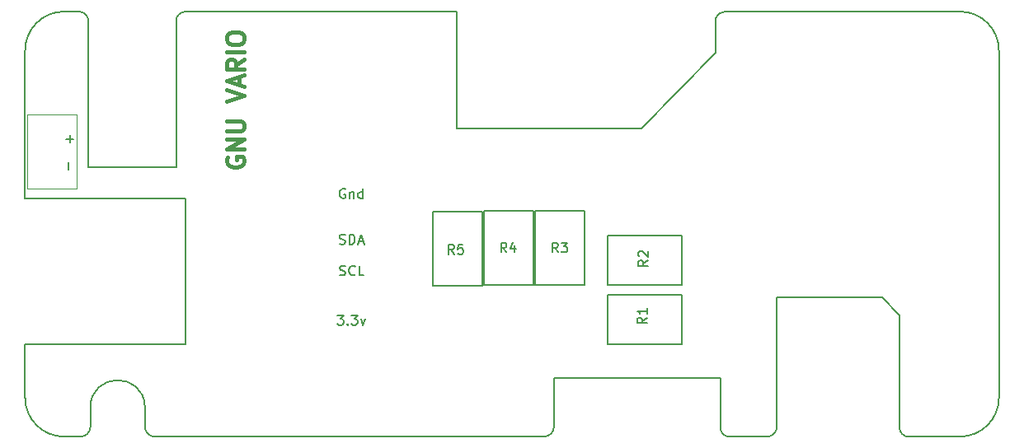
<source format=gto>
%TF.GenerationSoftware,KiCad,Pcbnew,(5.0.0)*%
%TF.CreationDate,2019-07-04T13:56:56+02:00*%
%TF.ProjectId,Gnu vario V1.10,476E7520766172696F2056312E31302E,V 1.4*%
%TF.SameCoordinates,Original*%
%TF.FileFunction,Legend,Top*%
%TF.FilePolarity,Positive*%
%FSLAX46Y46*%
G04 Gerber Fmt 4.6, Leading zero omitted, Abs format (unit mm)*
G04 Created by KiCad (PCBNEW (5.0.0)) date 07/04/19 13:56:56*
%MOMM*%
%LPD*%
G01*
G04 APERTURE LIST*
%ADD10C,0.150000*%
%ADD11C,0.450000*%
%ADD12C,0.100000*%
G04 APERTURE END LIST*
D10*
X162700000Y-95300000D02*
X173500000Y-95300000D01*
X162700000Y-108600000D02*
G75*
G02X161700000Y-109600000I-1000000J0D01*
G01*
X176200000Y-109600000D02*
G75*
G02X175300000Y-108700000I0J900000D01*
G01*
X175300000Y-97100000D02*
X175300000Y-108700000D01*
X173500000Y-95300000D02*
X175300000Y-97100000D01*
X162700000Y-95300000D02*
X162700000Y-108600000D01*
X157800000Y-109600000D02*
G75*
G02X156900000Y-108700000I0J900000D01*
G01*
X85500000Y-69900000D02*
X85500000Y-85100000D01*
X102000000Y-100100000D02*
X85500000Y-100100000D01*
X102000000Y-85100000D02*
X102000000Y-100100000D01*
X101000000Y-85100000D02*
X102000000Y-85100000D01*
X101000000Y-85100000D02*
X85500000Y-85100000D01*
X148800000Y-77900000D02*
X156400000Y-70100000D01*
X129800000Y-77900000D02*
X148800000Y-77900000D01*
X129800000Y-65900000D02*
X129800000Y-77900000D01*
X157800000Y-109600000D02*
X161700000Y-109600000D01*
X175700000Y-65900000D02*
X162400000Y-65900000D01*
X162400000Y-65900000D02*
X157400000Y-65900000D01*
X156402857Y-66600886D02*
G75*
G02X157400000Y-65900000I952331J-295115D01*
G01*
X156400000Y-66600000D02*
X156400000Y-70100000D01*
X98800000Y-109600000D02*
G75*
G02X97800000Y-108600000I0J1000000D01*
G01*
X92198215Y-108600000D02*
G75*
G02X91198215Y-109600000I-1000000J0D01*
G01*
X92198215Y-106600000D02*
G75*
G02X97800000Y-106500000I2801785J0D01*
G01*
X97800000Y-108600000D02*
X97800000Y-106500000D01*
X92200000Y-108600000D02*
X92198215Y-106600000D01*
X139800000Y-108600000D02*
G75*
G02X138800000Y-109600000I-1000000J0D01*
G01*
X101000000Y-66900000D02*
G75*
G02X102000000Y-65900000I1000000J0D01*
G01*
X91000000Y-65900000D02*
G75*
G02X92000000Y-66900000I0J-1000000D01*
G01*
X85500000Y-69900000D02*
G75*
G02X89500000Y-65900000I4000000J0D01*
G01*
X89500000Y-109600000D02*
G75*
G02X85500000Y-105600000I0J4000000D01*
G01*
X185500000Y-105600000D02*
G75*
G02X181500000Y-109600000I-4000000J0D01*
G01*
X181500000Y-65900000D02*
G75*
G02X185500000Y-69900000I0J-4000000D01*
G01*
X156900000Y-103600000D02*
X139800000Y-103600000D01*
X139800000Y-103600000D02*
X139800000Y-108600000D01*
X156900000Y-108700000D02*
X156900000Y-103600000D01*
X138800000Y-109600000D02*
X98800000Y-109600000D01*
X181500000Y-109600000D02*
X176200000Y-109600000D01*
X185500000Y-69900000D02*
X185500000Y-105600000D01*
X175700000Y-65900000D02*
X181500000Y-65900000D01*
X102000000Y-65900000D02*
X129800000Y-65900000D01*
X101000000Y-81900000D02*
X101000000Y-66900000D01*
X92000000Y-81900000D02*
X101000000Y-81900000D01*
X92000000Y-66900000D02*
X92000000Y-81900000D01*
X89500000Y-65900000D02*
X91000000Y-65900000D01*
X85500000Y-105600000D02*
X85500000Y-100100000D01*
X91200000Y-109600000D02*
X89500000Y-109600000D01*
D11*
X106300000Y-80904285D02*
X106214285Y-81075714D01*
X106214285Y-81332857D01*
X106300000Y-81590000D01*
X106471428Y-81761428D01*
X106642857Y-81847142D01*
X106985714Y-81932857D01*
X107242857Y-81932857D01*
X107585714Y-81847142D01*
X107757142Y-81761428D01*
X107928571Y-81590000D01*
X108014285Y-81332857D01*
X108014285Y-81161428D01*
X107928571Y-80904285D01*
X107842857Y-80818571D01*
X107242857Y-80818571D01*
X107242857Y-81161428D01*
X108014285Y-80047142D02*
X106214285Y-80047142D01*
X108014285Y-79018571D01*
X106214285Y-79018571D01*
X106214285Y-78161428D02*
X107671428Y-78161428D01*
X107842857Y-78075714D01*
X107928571Y-77990000D01*
X108014285Y-77818571D01*
X108014285Y-77475714D01*
X107928571Y-77304285D01*
X107842857Y-77218571D01*
X107671428Y-77132857D01*
X106214285Y-77132857D01*
X106214285Y-75161428D02*
X108014285Y-74561428D01*
X106214285Y-73961428D01*
X107500000Y-73447142D02*
X107500000Y-72590000D01*
X108014285Y-73618571D02*
X106214285Y-73018571D01*
X108014285Y-72418571D01*
X108014285Y-70790000D02*
X107157142Y-71390000D01*
X108014285Y-71818571D02*
X106214285Y-71818571D01*
X106214285Y-71132857D01*
X106300000Y-70961428D01*
X106385714Y-70875714D01*
X106557142Y-70790000D01*
X106814285Y-70790000D01*
X106985714Y-70875714D01*
X107071428Y-70961428D01*
X107157142Y-71132857D01*
X107157142Y-71818571D01*
X108014285Y-70018571D02*
X106214285Y-70018571D01*
X106214285Y-68818571D02*
X106214285Y-68475714D01*
X106300000Y-68304285D01*
X106471428Y-68132857D01*
X106814285Y-68047142D01*
X107414285Y-68047142D01*
X107757142Y-68132857D01*
X107928571Y-68304285D01*
X108014285Y-68475714D01*
X108014285Y-68818571D01*
X107928571Y-68990000D01*
X107757142Y-69161428D01*
X107414285Y-69247142D01*
X106814285Y-69247142D01*
X106471428Y-69161428D01*
X106300000Y-68990000D01*
X106214285Y-68818571D01*
D12*
X90800000Y-84120000D02*
X90800000Y-76500000D01*
X85720000Y-84120000D02*
X90800000Y-84120000D01*
X85720000Y-76500000D02*
X85720000Y-84120000D01*
X90800000Y-76500000D02*
X85720000Y-76500000D01*
D10*
X145330000Y-95030000D02*
X152950000Y-95030000D01*
X145330000Y-100110000D02*
X145330000Y-95030000D01*
X152950000Y-100110000D02*
X145330000Y-100110000D01*
X152950000Y-95030000D02*
X152950000Y-100110000D01*
X145330000Y-88970000D02*
X152950000Y-88970000D01*
X145330000Y-94050000D02*
X145330000Y-88970000D01*
X152950000Y-94050000D02*
X145330000Y-94050000D01*
X152950000Y-88970000D02*
X152950000Y-94050000D01*
X142930000Y-86420000D02*
X142930000Y-94040000D01*
X137850000Y-86420000D02*
X142930000Y-86420000D01*
X137850000Y-94040000D02*
X137850000Y-86420000D01*
X142930000Y-94040000D02*
X137850000Y-94040000D01*
X137670000Y-86420000D02*
X137670000Y-94040000D01*
X132590000Y-86420000D02*
X137670000Y-86420000D01*
X132590000Y-94040000D02*
X132590000Y-86420000D01*
X137670000Y-94040000D02*
X132590000Y-94040000D01*
X132430000Y-86450000D02*
X132430000Y-94070000D01*
X127350000Y-86450000D02*
X132430000Y-86450000D01*
X127350000Y-94070000D02*
X127350000Y-86450000D01*
X132430000Y-94070000D02*
X127350000Y-94070000D01*
X89981428Y-82130952D02*
X89981428Y-81369047D01*
X90081428Y-79380952D02*
X90081428Y-78619047D01*
X90462380Y-79000000D02*
X89700476Y-79000000D01*
X149352380Y-97366666D02*
X148876190Y-97700000D01*
X149352380Y-97938095D02*
X148352380Y-97938095D01*
X148352380Y-97557142D01*
X148400000Y-97461904D01*
X148447619Y-97414285D01*
X148542857Y-97366666D01*
X148685714Y-97366666D01*
X148780952Y-97414285D01*
X148828571Y-97461904D01*
X148876190Y-97557142D01*
X148876190Y-97938095D01*
X149352380Y-96414285D02*
X149352380Y-96985714D01*
X149352380Y-96700000D02*
X148352380Y-96700000D01*
X148495238Y-96795238D01*
X148590476Y-96890476D01*
X148638095Y-96985714D01*
X149452380Y-91466666D02*
X148976190Y-91800000D01*
X149452380Y-92038095D02*
X148452380Y-92038095D01*
X148452380Y-91657142D01*
X148500000Y-91561904D01*
X148547619Y-91514285D01*
X148642857Y-91466666D01*
X148785714Y-91466666D01*
X148880952Y-91514285D01*
X148928571Y-91561904D01*
X148976190Y-91657142D01*
X148976190Y-92038095D01*
X148547619Y-91085714D02*
X148500000Y-91038095D01*
X148452380Y-90942857D01*
X148452380Y-90704761D01*
X148500000Y-90609523D01*
X148547619Y-90561904D01*
X148642857Y-90514285D01*
X148738095Y-90514285D01*
X148880952Y-90561904D01*
X149452380Y-91133333D01*
X149452380Y-90514285D01*
X140233333Y-90652380D02*
X139900000Y-90176190D01*
X139661904Y-90652380D02*
X139661904Y-89652380D01*
X140042857Y-89652380D01*
X140138095Y-89700000D01*
X140185714Y-89747619D01*
X140233333Y-89842857D01*
X140233333Y-89985714D01*
X140185714Y-90080952D01*
X140138095Y-90128571D01*
X140042857Y-90176190D01*
X139661904Y-90176190D01*
X140566666Y-89652380D02*
X141185714Y-89652380D01*
X140852380Y-90033333D01*
X140995238Y-90033333D01*
X141090476Y-90080952D01*
X141138095Y-90128571D01*
X141185714Y-90223809D01*
X141185714Y-90461904D01*
X141138095Y-90557142D01*
X141090476Y-90604761D01*
X140995238Y-90652380D01*
X140709523Y-90652380D01*
X140614285Y-90604761D01*
X140566666Y-90557142D01*
X134933333Y-90652380D02*
X134600000Y-90176190D01*
X134361904Y-90652380D02*
X134361904Y-89652380D01*
X134742857Y-89652380D01*
X134838095Y-89700000D01*
X134885714Y-89747619D01*
X134933333Y-89842857D01*
X134933333Y-89985714D01*
X134885714Y-90080952D01*
X134838095Y-90128571D01*
X134742857Y-90176190D01*
X134361904Y-90176190D01*
X135790476Y-89985714D02*
X135790476Y-90652380D01*
X135552380Y-89604761D02*
X135314285Y-90319047D01*
X135933333Y-90319047D01*
X118367142Y-84170000D02*
X118271904Y-84122380D01*
X118129047Y-84122380D01*
X117986190Y-84170000D01*
X117890952Y-84265238D01*
X117843333Y-84360476D01*
X117795714Y-84550952D01*
X117795714Y-84693809D01*
X117843333Y-84884285D01*
X117890952Y-84979523D01*
X117986190Y-85074761D01*
X118129047Y-85122380D01*
X118224285Y-85122380D01*
X118367142Y-85074761D01*
X118414761Y-85027142D01*
X118414761Y-84693809D01*
X118224285Y-84693809D01*
X118843333Y-84455714D02*
X118843333Y-85122380D01*
X118843333Y-84550952D02*
X118890952Y-84503333D01*
X118986190Y-84455714D01*
X119129047Y-84455714D01*
X119224285Y-84503333D01*
X119271904Y-84598571D01*
X119271904Y-85122380D01*
X120176666Y-85122380D02*
X120176666Y-84122380D01*
X120176666Y-85074761D02*
X120081428Y-85122380D01*
X119890952Y-85122380D01*
X119795714Y-85074761D01*
X119748095Y-85027142D01*
X119700476Y-84931904D01*
X119700476Y-84646190D01*
X119748095Y-84550952D01*
X119795714Y-84503333D01*
X119890952Y-84455714D01*
X120081428Y-84455714D01*
X120176666Y-84503333D01*
X117795714Y-89774761D02*
X117938571Y-89822380D01*
X118176666Y-89822380D01*
X118271904Y-89774761D01*
X118319523Y-89727142D01*
X118367142Y-89631904D01*
X118367142Y-89536666D01*
X118319523Y-89441428D01*
X118271904Y-89393809D01*
X118176666Y-89346190D01*
X117986190Y-89298571D01*
X117890952Y-89250952D01*
X117843333Y-89203333D01*
X117795714Y-89108095D01*
X117795714Y-89012857D01*
X117843333Y-88917619D01*
X117890952Y-88870000D01*
X117986190Y-88822380D01*
X118224285Y-88822380D01*
X118367142Y-88870000D01*
X118795714Y-89822380D02*
X118795714Y-88822380D01*
X119033809Y-88822380D01*
X119176666Y-88870000D01*
X119271904Y-88965238D01*
X119319523Y-89060476D01*
X119367142Y-89250952D01*
X119367142Y-89393809D01*
X119319523Y-89584285D01*
X119271904Y-89679523D01*
X119176666Y-89774761D01*
X119033809Y-89822380D01*
X118795714Y-89822380D01*
X119748095Y-89536666D02*
X120224285Y-89536666D01*
X119652857Y-89822380D02*
X119986190Y-88822380D01*
X120319523Y-89822380D01*
X117819523Y-92974761D02*
X117962380Y-93022380D01*
X118200476Y-93022380D01*
X118295714Y-92974761D01*
X118343333Y-92927142D01*
X118390952Y-92831904D01*
X118390952Y-92736666D01*
X118343333Y-92641428D01*
X118295714Y-92593809D01*
X118200476Y-92546190D01*
X118010000Y-92498571D01*
X117914761Y-92450952D01*
X117867142Y-92403333D01*
X117819523Y-92308095D01*
X117819523Y-92212857D01*
X117867142Y-92117619D01*
X117914761Y-92070000D01*
X118010000Y-92022380D01*
X118248095Y-92022380D01*
X118390952Y-92070000D01*
X119390952Y-92927142D02*
X119343333Y-92974761D01*
X119200476Y-93022380D01*
X119105238Y-93022380D01*
X118962380Y-92974761D01*
X118867142Y-92879523D01*
X118819523Y-92784285D01*
X118771904Y-92593809D01*
X118771904Y-92450952D01*
X118819523Y-92260476D01*
X118867142Y-92165238D01*
X118962380Y-92070000D01*
X119105238Y-92022380D01*
X119200476Y-92022380D01*
X119343333Y-92070000D01*
X119390952Y-92117619D01*
X120295714Y-93022380D02*
X119819523Y-93022380D01*
X119819523Y-92022380D01*
X117581428Y-97122380D02*
X118200476Y-97122380D01*
X117867142Y-97503333D01*
X118010000Y-97503333D01*
X118105238Y-97550952D01*
X118152857Y-97598571D01*
X118200476Y-97693809D01*
X118200476Y-97931904D01*
X118152857Y-98027142D01*
X118105238Y-98074761D01*
X118010000Y-98122380D01*
X117724285Y-98122380D01*
X117629047Y-98074761D01*
X117581428Y-98027142D01*
X118629047Y-98027142D02*
X118676666Y-98074761D01*
X118629047Y-98122380D01*
X118581428Y-98074761D01*
X118629047Y-98027142D01*
X118629047Y-98122380D01*
X119010000Y-97122380D02*
X119629047Y-97122380D01*
X119295714Y-97503333D01*
X119438571Y-97503333D01*
X119533809Y-97550952D01*
X119581428Y-97598571D01*
X119629047Y-97693809D01*
X119629047Y-97931904D01*
X119581428Y-98027142D01*
X119533809Y-98074761D01*
X119438571Y-98122380D01*
X119152857Y-98122380D01*
X119057619Y-98074761D01*
X119010000Y-98027142D01*
X119962380Y-97455714D02*
X120200476Y-98122380D01*
X120438571Y-97455714D01*
X129533333Y-90852380D02*
X129200000Y-90376190D01*
X128961904Y-90852380D02*
X128961904Y-89852380D01*
X129342857Y-89852380D01*
X129438095Y-89900000D01*
X129485714Y-89947619D01*
X129533333Y-90042857D01*
X129533333Y-90185714D01*
X129485714Y-90280952D01*
X129438095Y-90328571D01*
X129342857Y-90376190D01*
X128961904Y-90376190D01*
X130438095Y-89852380D02*
X129961904Y-89852380D01*
X129914285Y-90328571D01*
X129961904Y-90280952D01*
X130057142Y-90233333D01*
X130295238Y-90233333D01*
X130390476Y-90280952D01*
X130438095Y-90328571D01*
X130485714Y-90423809D01*
X130485714Y-90661904D01*
X130438095Y-90757142D01*
X130390476Y-90804761D01*
X130295238Y-90852380D01*
X130057142Y-90852380D01*
X129961904Y-90804761D01*
X129914285Y-90757142D01*
M02*

</source>
